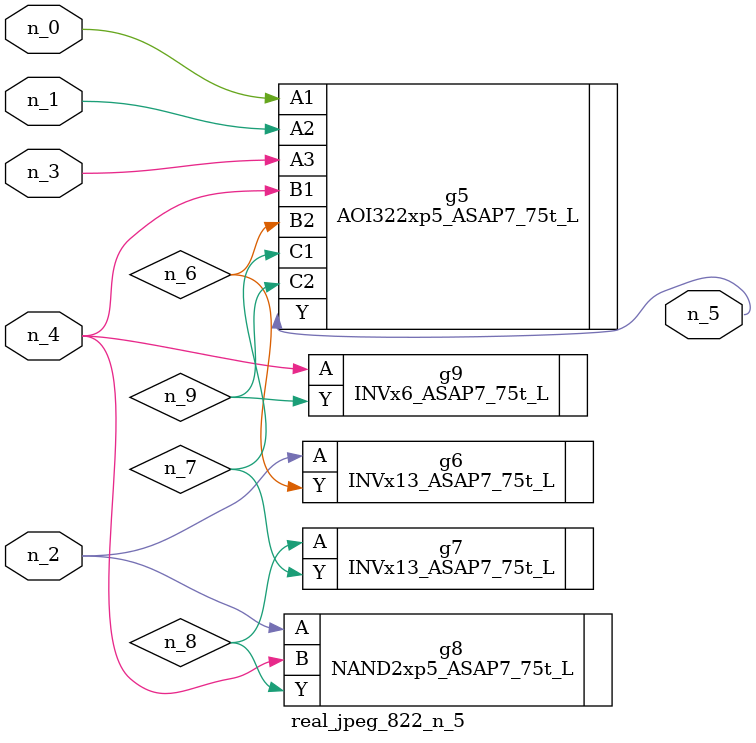
<source format=v>
module real_jpeg_822_n_5 (n_4, n_0, n_1, n_2, n_3, n_5);

input n_4;
input n_0;
input n_1;
input n_2;
input n_3;

output n_5;

wire n_8;
wire n_6;
wire n_7;
wire n_9;

AOI322xp5_ASAP7_75t_L g5 ( 
.A1(n_0),
.A2(n_1),
.A3(n_3),
.B1(n_4),
.B2(n_6),
.C1(n_7),
.C2(n_9),
.Y(n_5)
);

INVx13_ASAP7_75t_L g6 ( 
.A(n_2),
.Y(n_6)
);

NAND2xp5_ASAP7_75t_L g8 ( 
.A(n_2),
.B(n_4),
.Y(n_8)
);

INVx6_ASAP7_75t_L g9 ( 
.A(n_4),
.Y(n_9)
);

INVx13_ASAP7_75t_L g7 ( 
.A(n_8),
.Y(n_7)
);


endmodule
</source>
